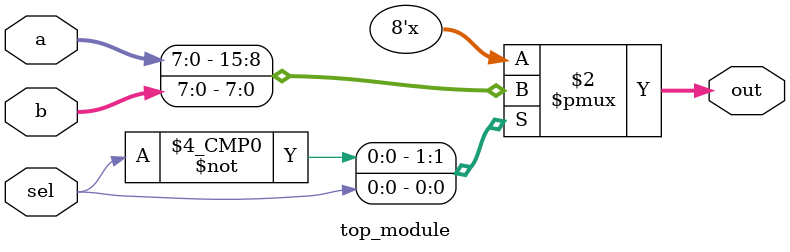
<source format=sv>
module top_module (
    input sel,
    input [7:0] a,
    input [7:0] b,
    output reg [7:0] out
);

    always @(*) begin
        case (sel)
            1'b0: out = a;
            1'b1: out = b;
        endcase
    end

endmodule

</source>
